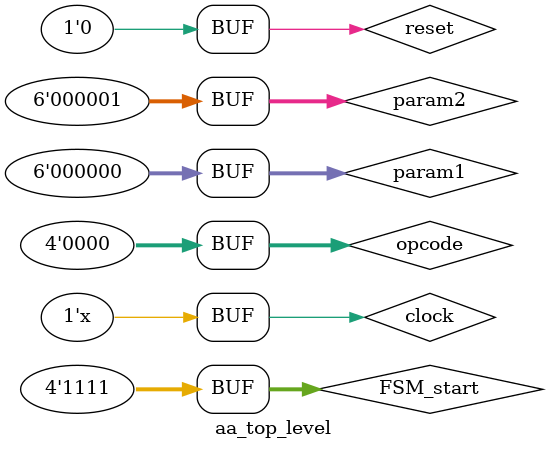
<source format=v>
`timescale 1ns/1ns

module aa_top_level;

wire [15:0] bus;
wire [5:0] register_addr;
reg clock, reset;
wire [15:0] instruction;
wire bus_register_input_en, bus_register_ouput_en;
reg [3:0] FSM_start;
reg [3:0] opcode;
reg [5:0] param1, param2;
wire latched_bus1_en, latched_bus2_en, alu_bus_out_en;
wire [3:0] alu_control;
wire I0_bus_input_en, I0_bus_output_en;
reg DONE;
wire ALU_FSM_DONE, MOVE_FSM_DONE, ALUI_FSM_DONE, MOVI_FSM_DONE, STORE_FSM_DONE, LOAD_FSM_DONE;
reg [15:0] ID_instruction;



Register registers(
    .register_clock(clock),
    .register_reset(reset),
    .register_addr(register_addr),
    .bus_register_input(bus),
    .bus_register_output(bus),
    .bus_register_input_en(bus_register_input_en),
    .bus_register_out_en(bus_register_ouput_en)
);

ALU_FSM ALU_FSM_TOP_LEVEL(
    .clock(clock),
    .reset(reset),
    .FSM_start(FSM_start),
    .opcode(opcode),
    .param1(param1),
    .param2(param2),
    .bus_register_input_en(bus_register_input_en),
    .bus_register_out_en(bus_register_ouput_en),
    .register_addr(register_addr),
    .latched_bus1_en(latched_bus1_en),
    .latched_bus2_en(latched_bus2_en),
    .alu_bus_out_en(alu_bus_out_en),
    .alu_control(alu_control),
    .I0_bus_input_en(I0_bus_input_en),
    .I0_bus_output_en(I0_bus_output_en),
    .done(ALU_FSM_DONE)
);


ALU ALU_TOP_LEVEL(
    .latched_bus1_en(latched_bus1_en),
    .latched_bus2_en(latched_bus2_en),
    .reset(reset),
    .bus_in(bus),
    .control(alu_control),
    .bus_out_en(alu_bus_out_en),
    .bus_out(bus)
);

// ID ID_TOP_LEVEL(
//     .ID_clock(clock),
//     .ID_reset(reset),
//     .ID_instruction(ID_instruction),
//     .opcode(opcode),
//     .parameter1(param1),
//     .parameter2(param2)
// );

always #10 clock = ~clock;

initial begin
    clock = 0;
    reset = 1;
    //ID_instruction = 16'b0001000001000001;

    #20
    reset = 0;
    opcode = 4'b0;
    param1 = 6'b0;
    param2 = 6'b000001;

    #5
    FSM_start = 4'b0;


    #10 
    FSM_start = 4'b1111;
    
end


endmodule
</source>
